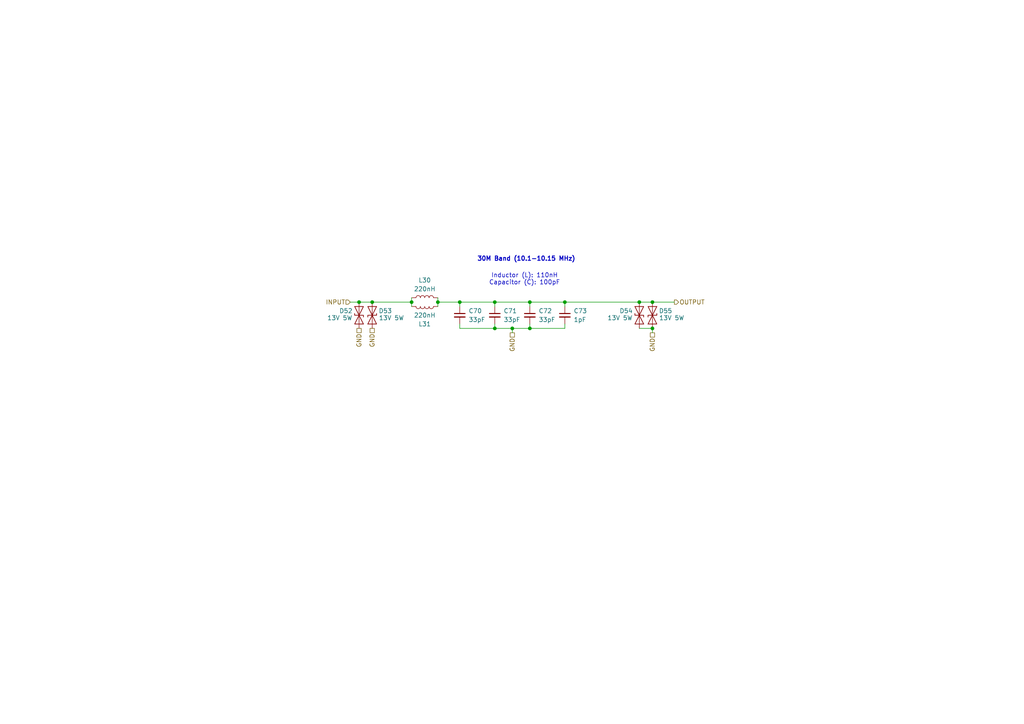
<source format=kicad_sch>
(kicad_sch (version 20231120) (generator "eeschema") (generator_version "8.0")
  (paper "A4")
  (lib_symbols
    (symbol "Device:C_Small" (pin_numbers hide) (pin_names (offset 0.254) hide)
      (property "Reference" "C" (at 0.254 1.778 0))
      (property "Value" "C_Small" (at 0.254 -2.032 0))
      (symbol "C_Small_0_1"
        (polyline (pts (xy -1.524 -0.508) (xy 1.524 -0.508)) (stroke (width 0.3302)))
        (polyline (pts (xy -1.524 0.508) (xy 1.524 0.508)) (stroke (width 0.3048)))
      )
      (symbol "C_Small_1_1"
        (pin passive line (at 0 2.54 270) (length 2.032) (name "~") (number "1"))
        (pin passive line (at 0 -2.54 90) (length 2.032) (name "~") (number "2"))
      )
    )
    (symbol "Device:L" (pin_numbers hide) (pin_names (offset 1.016) hide)
      (property "Reference" "L" (at -1.27 0 90))
      (property "Value" "L" (at 1.905 0 90))
      (symbol "L_0_1"
        (arc (start 0 -2.54) (mid 0.6323 -1.905) (end 0 -1.27))
        (arc (start 0 -1.27) (mid 0.6323 -0.635) (end 0 0))
        (arc (start 0 0) (mid 0.6323 0.635) (end 0 1.27))
        (arc (start 0 1.27) (mid 0.6323 1.905) (end 0 2.54))
      )
      (symbol "L_1_1"
        (pin passive line (at 0 3.81 270) (length 1.27) (name "1") (number "1"))
        (pin passive line (at 0 -3.81 90) (length 1.27) (name "2") (number "2"))
      )
    )
    (symbol "Diode:SD15_SOD323" (pin_numbers hide) (pin_names (offset 1.016) hide)
      (property "Reference" "D" (at 0 2.54 0))
      (property "Value" "SD15_SOD323" (at 0 -2.54 0))
      (symbol "SD15_SOD323_0_1"
        (polyline (pts (xy 1.27 0) (xy -1.27 0)))
        (polyline (pts (xy -2.54 -1.27) (xy 0 0) (xy -2.54 1.27) (xy -2.54 -1.27)) (stroke (width 0.2032)))
        (polyline (pts (xy 0.508 1.27) (xy 0 1.27) (xy 0 -1.27) (xy -0.508 -1.27)) (stroke (width 0.2032)))
        (polyline (pts (xy 2.54 1.27) (xy 2.54 -1.27) (xy 0 0) (xy 2.54 1.27)) (stroke (width 0.2032)))
      )
      (symbol "SD15_SOD323_1_1"
        (pin passive line (at -3.81 0 0) (length 2.54) (name "A1") (number "1"))
        (pin passive line (at 3.81 0 180) (length 2.54) (name "A2") (number "2"))
      )
    )
  )
  (junction (at 185.42 87.63))
  (junction (at 107.95 87.63))
  (junction (at 189.23 95.25))
  (junction (at 119.38 87.63))
  (junction (at 163.83 87.63))
  (junction (at 104.14 87.63))
  (junction (at 189.23 87.63))
  (junction (at 153.67 95.25))
  (junction (at 148.59 95.25))
  (junction (at 143.51 87.63))
  (junction (at 153.67 87.63))
  (junction (at 127 87.63))
  (junction (at 143.51 95.25))
  (junction (at 133.35 87.63))
  (wire (pts (xy 163.83 93.98) (xy 163.83 95.25)))
  (wire (pts (xy 143.51 87.63) (xy 143.51 88.9)))
  (wire (pts (xy 133.35 87.63) (xy 133.35 88.9)))
  (wire (pts (xy 133.35 87.63) (xy 143.51 87.63)))
  (wire (pts (xy 189.23 87.63) (xy 195.58 87.63)))
  (wire (pts (xy 143.51 95.25) (xy 133.35 95.25)))
  (wire (pts (xy 189.23 95.25) (xy 185.42 95.25)))
  (wire (pts (xy 153.67 87.63) (xy 153.67 88.9)))
  (wire (pts (xy 163.83 95.25) (xy 153.67 95.25)))
  (wire (pts (xy 148.59 95.25) (xy 148.59 96.52)))
  (wire (pts (xy 104.14 87.63) (xy 107.95 87.63)))
  (wire (pts (xy 143.51 87.63) (xy 153.67 87.63)))
  (wire (pts (xy 127 87.63) (xy 133.35 87.63)))
  (wire (pts (xy 153.67 87.63) (xy 163.83 87.63)))
  (wire (pts (xy 163.83 87.63) (xy 185.42 87.63)))
  (wire (pts (xy 127 86.36) (xy 127 87.63)))
  (wire (pts (xy 148.59 95.25) (xy 143.51 95.25)))
  (wire (pts (xy 127 87.63) (xy 127 88.9)))
  (wire (pts (xy 189.23 95.25) (xy 189.23 96.52)))
  (wire (pts (xy 153.67 93.98) (xy 153.67 95.25)))
  (wire (pts (xy 101.6 87.63) (xy 104.14 87.63)))
  (wire (pts (xy 153.67 95.25) (xy 148.59 95.25)))
  (wire (pts (xy 119.38 86.36) (xy 119.38 87.63)))
  (wire (pts (xy 119.38 87.63) (xy 119.38 88.9)))
  (wire (pts (xy 185.42 87.63) (xy 189.23 87.63)))
  (wire (pts (xy 107.95 87.63) (xy 119.38 87.63)))
  (wire (pts (xy 163.83 87.63) (xy 163.83 88.9)))
  (wire (pts (xy 143.51 93.98) (xy 143.51 95.25)))
  (wire (pts (xy 133.35 95.25) (xy 133.35 93.98)))
  (text "Inductor (L): 110nH\nCapacitor (C): 100pF" (at 152.146 81.026 0) (effects (font (size 1.27 1.27))))
  (text "30M Band (10.1-10.15 MHz)" (at 152.654 75.184 0) (effects (font (size 1.27 1.27) (thickness 0.254) (bold yes))))
  (hierarchical_label "GND" (shape passive) (at 189.23 96.52 270))
  (hierarchical_label "OUTPUT" (shape output) (at 195.58 87.63 0))
  (hierarchical_label "GND" (shape passive) (at 104.14 95.25 270))
  (hierarchical_label "INPUT" (shape input) (at 101.6 87.63 180))
  (hierarchical_label "GND" (shape passive) (at 107.95 95.25 270))
  (hierarchical_label "GND" (shape passive) (at 148.59 96.52 270))
  (symbol (lib_id "Diode:SD15_SOD323") (at 185.42 91.44 90) (unit 1)
    (property "Reference" "D54" (at 181.61 90.17 90))
    (property "Value" "13V 5W" (at 179.832 92.202 90))
    (property "Footprint" "Diode_SMD:D_0603_1608Metric" (effects (hide yes)))
    (property "Datasheet" "https://wmsc.lcsc.com/wmsc/upload/file/pdf/v2/lcsc/1912111437_DOWO-SMB5350B_C284082.pdf" (effects (hide yes)))
    (property "Description" "Independent Type 5W 13V SMB(DO-214AA) Zener Diodes ROHS" (effects (hide yes)))
    (property "LCSC Part #" "C284082" (effects (hide yes)))
    (property "MPN" "SMB5350B" (effects (hide yes)))
    (property "Manufacturer" "DOWO" (effects (hide yes)))
  )
  (symbol (lib_id "Device:L") (at 123.19 86.36 90) (unit 1)
    (property "Reference" "L30" (at 123.19 81.28 90))
    (property "Value" "220nH" (at 123.19 83.82 90))
    (property "Footprint" "Inductor_SMD:L_0805_2012Metric" (effects (hide yes)))
    (property "Datasheet" "https://wmsc.lcsc.com/wmsc/upload/file/pdf/v2/lcsc/2302231030_FH--Guangdong-Fenghua-Advanced-Tech-FHW0805UCR22JGT_C108960.pdf" (effects (hide yes)))
    (property "Description" "400mA 220nH ±5% 1.05Ω 0805 Inductors (SMD) ROHS" (effects (hide yes)))
    (property "LCSC Part #" "C108960" (effects (hide yes)))
    (property "MPN" "FHW0805UCR22JGT" (effects (hide yes)))
    (property "Manufacturer" "Fenghua" (effects (hide yes)))
  )
  (symbol (lib_id "Device:C_Small") (at 163.83 91.44 0) (unit 1)
    (property "Reference" "C73" (at 166.37 90.1762 0) (effects (justify left)))
    (property "Value" "1pF" (at 166.37 92.7162 0) (effects (justify left)))
    (property "Footprint" "Capacitor_SMD:C_1206_3216Metric" (effects (hide yes)))
    (property "Datasheet" "https://wmsc.lcsc.com/wmsc/upload/file/pdf/v2/lcsc/2304140030_FH--Guangdong-Fenghua-Advanced-Tech-1206CG1R0C500NT_C1891.pdf" (effects (hide yes)))
    (property "Description" "Unpolarized capacitor, small symbol" (effects (hide yes)))
    (property "LCSC Part #" "C1891" (effects (hide yes)))
    (property "MPN" "1206CG1R0C500NT" (effects (hide yes)))
    (property "Manufacturer" "Fenghua" (effects (hide yes)))
  )
  (symbol (lib_id "Diode:SD15_SOD323") (at 104.14 91.44 90) (unit 1)
    (property "Reference" "D52" (at 100.33 90.17 90))
    (property "Value" "13V 5W" (at 98.552 92.202 90))
    (property "Footprint" "Diode_SMD:D_0603_1608Metric" (effects (hide yes)))
    (property "Datasheet" "https://wmsc.lcsc.com/wmsc/upload/file/pdf/v2/lcsc/1912111437_DOWO-SMB5350B_C284082.pdf" (effects (hide yes)))
    (property "Description" "Independent Type 5W 13V SMB(DO-214AA) Zener Diodes ROHS" (effects (hide yes)))
    (property "LCSC Part #" "C284082" (effects (hide yes)))
    (property "MPN" "SMB5350B" (effects (hide yes)))
    (property "Manufacturer" "DOWO" (effects (hide yes)))
  )
  (symbol (lib_id "Device:C_Small") (at 153.67 91.44 0) (unit 1)
    (property "Reference" "C72" (at 156.21 90.1762 0) (effects (justify left)))
    (property "Value" "33pF" (at 156.21 92.7162 0) (effects (justify left)))
    (property "Footprint" "Capacitor_SMD:C_1206_3216Metric" (effects (hide yes)))
    (property "Datasheet" "https://wmsc.lcsc.com/wmsc/upload/file/pdf/v2/lcsc/2304140030_Murata-Electronics-GRM31A5C2J330JW01D_C415521.pdf" (effects (hide yes)))
    (property "Description" "630V 33pF C0G ±5% 1206 Multilayer Ceramic Capacitors MLCC - SMD/SMT ROHS" (effects (hide yes)))
    (property "LCSC Part #" "C415521" (effects (hide yes)))
    (property "MPN" "GRM31A5C2J330JW01D" (effects (hide yes)))
    (property "Manufacturer" "Murata" (effects (hide yes)))
  )
  (symbol (lib_id "Diode:SD15_SOD323") (at 189.23 91.44 270) (mirror x) (unit 1)
    (property "Reference" "D55" (at 193.04 90.17 90))
    (property "Value" "13V 5W" (at 194.818 92.202 90))
    (property "Footprint" "Diode_SMD:D_0603_1608Metric" (effects (hide yes)))
    (property "Datasheet" "https://wmsc.lcsc.com/wmsc/upload/file/pdf/v2/lcsc/1912111437_DOWO-SMB5350B_C284082.pdf" (effects (hide yes)))
    (property "Description" "Independent Type 5W 13V SMB(DO-214AA) Zener Diodes ROHS" (effects (hide yes)))
    (property "LCSC Part #" "C284082" (effects (hide yes)))
    (property "MPN" "SMB5350B" (effects (hide yes)))
    (property "Manufacturer" "DOWO" (effects (hide yes)))
  )
  (symbol (lib_id "Device:L") (at 123.19 88.9 90) (mirror x) (unit 1)
    (property "Reference" "L31" (at 123.19 93.98 90))
    (property "Value" "220nH" (at 123.19 91.44 90))
    (property "Footprint" "Inductor_SMD:L_0805_2012Metric" (effects (hide yes)))
    (property "Datasheet" "https://wmsc.lcsc.com/wmsc/upload/file/pdf/v2/lcsc/2302231030_FH--Guangdong-Fenghua-Advanced-Tech-FHW0805UCR22JGT_C108960.pdf" (effects (hide yes)))
    (property "Description" "400mA 220nH ±5% 1.05Ω 0805 Inductors (SMD) ROHS" (effects (hide yes)))
    (property "LCSC Part #" "C108960" (effects (hide yes)))
    (property "MPN" "FHW0805UCR22JGT" (effects (hide yes)))
    (property "Manufacturer" "Fenghua" (effects (hide yes)))
  )
  (symbol (lib_id "Diode:SD15_SOD323") (at 107.95 91.44 270) (mirror x) (unit 1)
    (property "Reference" "D53" (at 111.76 90.17 90))
    (property "Value" "13V 5W" (at 113.538 92.202 90))
    (property "Footprint" "Diode_SMD:D_0603_1608Metric" (effects (hide yes)))
    (property "Datasheet" "https://wmsc.lcsc.com/wmsc/upload/file/pdf/v2/lcsc/1912111437_DOWO-SMB5350B_C284082.pdf" (effects (hide yes)))
    (property "Description" "Independent Type 5W 13V SMB(DO-214AA) Zener Diodes ROHS" (effects (hide yes)))
    (property "LCSC Part #" "C284082" (effects (hide yes)))
    (property "MPN" "SMB5350B" (effects (hide yes)))
    (property "Manufacturer" "DOWO" (effects (hide yes)))
  )
  (symbol (lib_id "Device:C_Small") (at 143.51 91.44 0) (unit 1)
    (property "Reference" "C71" (at 146.05 90.1762 0) (effects (justify left)))
    (property "Value" "33pF" (at 146.05 92.7162 0) (effects (justify left)))
    (property "Footprint" "Capacitor_SMD:C_1206_3216Metric" (effects (hide yes)))
    (property "Datasheet" "https://wmsc.lcsc.com/wmsc/upload/file/pdf/v2/lcsc/2304140030_Murata-Electronics-GRM31A5C2J330JW01D_C415521.pdf" (effects (hide yes)))
    (property "Description" "630V 33pF C0G ±5% 1206 Multilayer Ceramic Capacitors MLCC - SMD/SMT ROHS" (effects (hide yes)))
    (property "LCSC Part #" "C415521" (effects (hide yes)))
    (property "MPN" "GRM31A5C2J330JW01D" (effects (hide yes)))
    (property "Manufacturer" "Murata" (effects (hide yes)))
  )
  (symbol (lib_id "Device:C_Small") (at 133.35 91.44 0) (unit 1)
    (property "Reference" "C70" (at 135.89 90.1762 0) (effects (justify left)))
    (property "Value" "33pF" (at 135.89 92.7162 0) (effects (justify left)))
    (property "Footprint" "Capacitor_SMD:C_1206_3216Metric" (effects (hide yes)))
    (property "Datasheet" "https://wmsc.lcsc.com/wmsc/upload/file/pdf/v2/lcsc/2304140030_Murata-Electronics-GRM31A5C2J330JW01D_C415521.pdf" (effects (hide yes)))
    (property "Description" "630V 33pF C0G ±5% 1206 Multilayer Ceramic Capacitors MLCC - SMD/SMT ROHS" (effects (hide yes)))
    (property "LCSC Part #" "C415521" (effects (hide yes)))
    (property "MPN" "GRM31A5C2J330JW01D" (effects (hide yes)))
    (property "Manufacturer" "Murata" (effects (hide yes)))
  )
)
</source>
